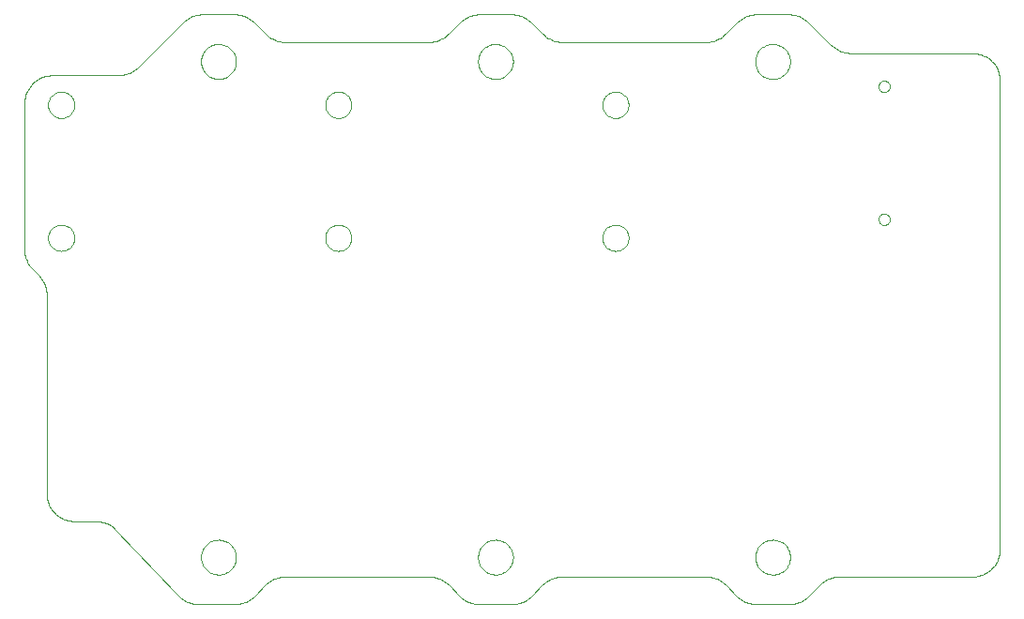
<source format=gko>
G75*
G70*
%OFA0B0*%
%FSLAX24Y24*%
%IPPOS*%
%LPD*%
%AMOC8*
5,1,8,0,0,1.08239X$1,22.5*
%
%ADD10C,0.0000*%
D10*
X004651Y004041D02*
X004712Y004039D01*
X004773Y004033D01*
X004834Y004024D01*
X004894Y004011D01*
X004953Y003994D01*
X005010Y003973D01*
X005067Y003949D01*
X005121Y003921D01*
X005174Y003890D01*
X005225Y003856D01*
X005274Y003819D01*
X005320Y003779D01*
X005364Y003736D01*
X005363Y003736D02*
X007533Y001458D01*
X008301Y001089D02*
X009586Y001089D01*
X010282Y001377D02*
X010690Y001784D01*
X011386Y002073D02*
X016476Y002073D01*
X017172Y001784D02*
X017579Y001377D01*
X018275Y001089D02*
X019429Y001089D01*
X020124Y001377D02*
X020532Y001784D01*
X021228Y002073D02*
X026318Y002073D01*
X027014Y001784D02*
X027422Y001377D01*
X028118Y001089D02*
X029271Y001089D01*
X029967Y001377D02*
X030375Y001784D01*
X031071Y002073D02*
X035781Y002073D01*
X035843Y002075D01*
X035904Y002081D01*
X035965Y002090D01*
X036026Y002104D01*
X036085Y002121D01*
X036143Y002142D01*
X036200Y002167D01*
X036255Y002195D01*
X036308Y002226D01*
X036359Y002261D01*
X036408Y002299D01*
X036455Y002340D01*
X036498Y002383D01*
X036539Y002430D01*
X036577Y002479D01*
X036612Y002530D01*
X036643Y002583D01*
X036671Y002638D01*
X036696Y002695D01*
X036717Y002753D01*
X036734Y002812D01*
X036748Y002873D01*
X036757Y002934D01*
X036763Y002995D01*
X036765Y003057D01*
X036765Y019691D01*
X036763Y019753D01*
X036757Y019814D01*
X036748Y019875D01*
X036734Y019936D01*
X036717Y019995D01*
X036696Y020053D01*
X036671Y020110D01*
X036643Y020165D01*
X036612Y020218D01*
X036577Y020269D01*
X036539Y020318D01*
X036498Y020365D01*
X036455Y020408D01*
X036408Y020449D01*
X036359Y020487D01*
X036308Y020522D01*
X036255Y020553D01*
X036200Y020581D01*
X036143Y020606D01*
X036085Y020627D01*
X036026Y020644D01*
X035965Y020658D01*
X035904Y020667D01*
X035843Y020673D01*
X035781Y020675D01*
X031464Y020675D01*
X030768Y020963D02*
X029967Y021765D01*
X029271Y022053D02*
X028118Y022053D01*
X027422Y021765D02*
X027014Y021357D01*
X026318Y021069D02*
X021228Y021069D01*
X020532Y021357D02*
X020124Y021765D01*
X019429Y022053D02*
X018275Y022053D01*
X017579Y021765D02*
X017172Y021357D01*
X016476Y021069D02*
X011386Y021069D01*
X010690Y021357D02*
X010282Y021765D01*
X009586Y022053D02*
X008433Y022053D01*
X007737Y021765D02*
X006148Y020176D01*
X005452Y019888D02*
X003104Y019888D01*
X003104Y019887D02*
X003042Y019885D01*
X002981Y019879D01*
X002920Y019870D01*
X002859Y019856D01*
X002800Y019839D01*
X002742Y019818D01*
X002685Y019793D01*
X002630Y019765D01*
X002577Y019734D01*
X002526Y019699D01*
X002477Y019661D01*
X002430Y019620D01*
X002387Y019577D01*
X002346Y019530D01*
X002308Y019481D01*
X002273Y019430D01*
X002242Y019377D01*
X002214Y019322D01*
X002189Y019265D01*
X002168Y019207D01*
X002151Y019148D01*
X002137Y019087D01*
X002128Y019026D01*
X002122Y018965D01*
X002120Y018903D01*
X002120Y013701D01*
X002122Y013642D01*
X002127Y013582D01*
X002136Y013524D01*
X002149Y013466D01*
X002165Y013408D01*
X002184Y013352D01*
X002207Y013297D01*
X002233Y013244D01*
X002262Y013192D01*
X002294Y013142D01*
X002329Y013094D01*
X002367Y013049D01*
X002408Y013005D01*
X002619Y012794D01*
X002907Y012098D02*
X002907Y005026D01*
X002909Y004964D01*
X002915Y004903D01*
X002924Y004842D01*
X002938Y004781D01*
X002955Y004722D01*
X002976Y004664D01*
X003001Y004607D01*
X003029Y004552D01*
X003060Y004499D01*
X003095Y004448D01*
X003133Y004399D01*
X003174Y004352D01*
X003217Y004309D01*
X003264Y004268D01*
X003313Y004230D01*
X003364Y004195D01*
X003417Y004164D01*
X003472Y004136D01*
X003529Y004111D01*
X003587Y004090D01*
X003646Y004073D01*
X003707Y004059D01*
X003768Y004050D01*
X003829Y004044D01*
X003891Y004042D01*
X003891Y004041D02*
X004651Y004041D01*
X007533Y001458D02*
X007571Y001414D01*
X007611Y001371D01*
X007654Y001331D01*
X007700Y001294D01*
X007748Y001259D01*
X007797Y001228D01*
X007848Y001199D01*
X007901Y001174D01*
X007956Y001152D01*
X008011Y001133D01*
X008068Y001117D01*
X008126Y001105D01*
X008184Y001096D01*
X008242Y001091D01*
X008301Y001089D01*
X009586Y001089D02*
X009645Y001091D01*
X009705Y001096D01*
X009763Y001105D01*
X009821Y001118D01*
X009879Y001134D01*
X009935Y001153D01*
X009990Y001176D01*
X010043Y001202D01*
X010095Y001231D01*
X010145Y001263D01*
X010193Y001298D01*
X010238Y001336D01*
X010282Y001377D01*
X010690Y001785D02*
X010734Y001826D01*
X010779Y001864D01*
X010827Y001899D01*
X010877Y001931D01*
X010929Y001960D01*
X010982Y001986D01*
X011037Y002009D01*
X011093Y002028D01*
X011151Y002044D01*
X011209Y002057D01*
X011267Y002066D01*
X011327Y002071D01*
X011386Y002073D01*
X008389Y002762D02*
X008391Y002811D01*
X008397Y002860D01*
X008407Y002909D01*
X008420Y002956D01*
X008437Y003002D01*
X008458Y003047D01*
X008483Y003090D01*
X008510Y003130D01*
X008541Y003169D01*
X008575Y003205D01*
X008612Y003238D01*
X008651Y003268D01*
X008692Y003295D01*
X008735Y003318D01*
X008780Y003338D01*
X008827Y003355D01*
X008874Y003367D01*
X008923Y003376D01*
X008972Y003381D01*
X009021Y003382D01*
X009071Y003379D01*
X009119Y003372D01*
X009167Y003361D01*
X009215Y003347D01*
X009260Y003329D01*
X009305Y003307D01*
X009347Y003282D01*
X009387Y003253D01*
X009425Y003222D01*
X009460Y003187D01*
X009493Y003150D01*
X009522Y003110D01*
X009548Y003068D01*
X009571Y003025D01*
X009590Y002979D01*
X009605Y002932D01*
X009617Y002884D01*
X009625Y002836D01*
X009629Y002787D01*
X009629Y002737D01*
X009625Y002688D01*
X009617Y002640D01*
X009605Y002592D01*
X009590Y002545D01*
X009571Y002499D01*
X009548Y002456D01*
X009522Y002414D01*
X009493Y002374D01*
X009460Y002337D01*
X009425Y002302D01*
X009387Y002271D01*
X009347Y002242D01*
X009305Y002217D01*
X009260Y002195D01*
X009215Y002177D01*
X009167Y002163D01*
X009119Y002152D01*
X009071Y002145D01*
X009021Y002142D01*
X008972Y002143D01*
X008923Y002148D01*
X008874Y002157D01*
X008827Y002169D01*
X008780Y002186D01*
X008735Y002206D01*
X008692Y002229D01*
X008651Y002256D01*
X008612Y002286D01*
X008575Y002319D01*
X008541Y002355D01*
X008510Y002394D01*
X008483Y002434D01*
X008458Y002477D01*
X008437Y002522D01*
X008420Y002568D01*
X008407Y002615D01*
X008397Y002664D01*
X008391Y002713D01*
X008389Y002762D01*
X016476Y002073D02*
X016535Y002071D01*
X016595Y002066D01*
X016653Y002057D01*
X016711Y002044D01*
X016769Y002028D01*
X016825Y002009D01*
X016880Y001986D01*
X016933Y001960D01*
X016985Y001931D01*
X017035Y001899D01*
X017083Y001864D01*
X017128Y001826D01*
X017172Y001785D01*
X017579Y001377D02*
X017623Y001336D01*
X017668Y001298D01*
X017716Y001263D01*
X017766Y001231D01*
X017818Y001202D01*
X017871Y001176D01*
X017926Y001153D01*
X017982Y001134D01*
X018040Y001118D01*
X018098Y001105D01*
X018156Y001096D01*
X018216Y001091D01*
X018275Y001089D01*
X019429Y001089D02*
X019488Y001091D01*
X019548Y001096D01*
X019606Y001105D01*
X019664Y001118D01*
X019722Y001134D01*
X019778Y001153D01*
X019833Y001176D01*
X019886Y001202D01*
X019938Y001231D01*
X019988Y001263D01*
X020036Y001298D01*
X020081Y001336D01*
X020125Y001377D01*
X020532Y001785D02*
X020576Y001826D01*
X020621Y001864D01*
X020669Y001899D01*
X020719Y001931D01*
X020771Y001960D01*
X020824Y001986D01*
X020879Y002009D01*
X020935Y002028D01*
X020993Y002044D01*
X021051Y002057D01*
X021109Y002066D01*
X021169Y002071D01*
X021228Y002073D01*
X018232Y002762D02*
X018234Y002811D01*
X018240Y002860D01*
X018250Y002909D01*
X018263Y002956D01*
X018280Y003002D01*
X018301Y003047D01*
X018326Y003090D01*
X018353Y003130D01*
X018384Y003169D01*
X018418Y003205D01*
X018455Y003238D01*
X018494Y003268D01*
X018535Y003295D01*
X018578Y003318D01*
X018623Y003338D01*
X018670Y003355D01*
X018717Y003367D01*
X018766Y003376D01*
X018815Y003381D01*
X018864Y003382D01*
X018914Y003379D01*
X018962Y003372D01*
X019010Y003361D01*
X019058Y003347D01*
X019103Y003329D01*
X019148Y003307D01*
X019190Y003282D01*
X019230Y003253D01*
X019268Y003222D01*
X019303Y003187D01*
X019336Y003150D01*
X019365Y003110D01*
X019391Y003068D01*
X019414Y003025D01*
X019433Y002979D01*
X019448Y002932D01*
X019460Y002884D01*
X019468Y002836D01*
X019472Y002787D01*
X019472Y002737D01*
X019468Y002688D01*
X019460Y002640D01*
X019448Y002592D01*
X019433Y002545D01*
X019414Y002499D01*
X019391Y002456D01*
X019365Y002414D01*
X019336Y002374D01*
X019303Y002337D01*
X019268Y002302D01*
X019230Y002271D01*
X019190Y002242D01*
X019148Y002217D01*
X019103Y002195D01*
X019058Y002177D01*
X019010Y002163D01*
X018962Y002152D01*
X018914Y002145D01*
X018864Y002142D01*
X018815Y002143D01*
X018766Y002148D01*
X018717Y002157D01*
X018670Y002169D01*
X018623Y002186D01*
X018578Y002206D01*
X018535Y002229D01*
X018494Y002256D01*
X018455Y002286D01*
X018418Y002319D01*
X018384Y002355D01*
X018353Y002394D01*
X018326Y002434D01*
X018301Y002477D01*
X018280Y002522D01*
X018263Y002568D01*
X018250Y002615D01*
X018240Y002664D01*
X018234Y002713D01*
X018232Y002762D01*
X026318Y002073D02*
X026377Y002071D01*
X026437Y002066D01*
X026495Y002057D01*
X026553Y002044D01*
X026611Y002028D01*
X026667Y002009D01*
X026722Y001986D01*
X026775Y001960D01*
X026827Y001931D01*
X026877Y001899D01*
X026925Y001864D01*
X026970Y001826D01*
X027014Y001785D01*
X027422Y001377D02*
X027466Y001336D01*
X027511Y001298D01*
X027559Y001263D01*
X027609Y001231D01*
X027661Y001202D01*
X027714Y001176D01*
X027769Y001153D01*
X027825Y001134D01*
X027883Y001118D01*
X027941Y001105D01*
X027999Y001096D01*
X028059Y001091D01*
X028118Y001089D01*
X029271Y001089D02*
X029330Y001091D01*
X029390Y001096D01*
X029448Y001105D01*
X029506Y001118D01*
X029564Y001134D01*
X029620Y001153D01*
X029675Y001176D01*
X029728Y001202D01*
X029780Y001231D01*
X029830Y001263D01*
X029878Y001298D01*
X029923Y001336D01*
X029967Y001377D01*
X030375Y001785D02*
X030419Y001826D01*
X030464Y001864D01*
X030512Y001899D01*
X030562Y001931D01*
X030614Y001960D01*
X030667Y001986D01*
X030722Y002009D01*
X030778Y002028D01*
X030836Y002044D01*
X030894Y002057D01*
X030952Y002066D01*
X031012Y002071D01*
X031071Y002073D01*
X028074Y002762D02*
X028076Y002811D01*
X028082Y002860D01*
X028092Y002909D01*
X028105Y002956D01*
X028122Y003002D01*
X028143Y003047D01*
X028168Y003090D01*
X028195Y003130D01*
X028226Y003169D01*
X028260Y003205D01*
X028297Y003238D01*
X028336Y003268D01*
X028377Y003295D01*
X028420Y003318D01*
X028465Y003338D01*
X028512Y003355D01*
X028559Y003367D01*
X028608Y003376D01*
X028657Y003381D01*
X028706Y003382D01*
X028756Y003379D01*
X028804Y003372D01*
X028852Y003361D01*
X028900Y003347D01*
X028945Y003329D01*
X028990Y003307D01*
X029032Y003282D01*
X029072Y003253D01*
X029110Y003222D01*
X029145Y003187D01*
X029178Y003150D01*
X029207Y003110D01*
X029233Y003068D01*
X029256Y003025D01*
X029275Y002979D01*
X029290Y002932D01*
X029302Y002884D01*
X029310Y002836D01*
X029314Y002787D01*
X029314Y002737D01*
X029310Y002688D01*
X029302Y002640D01*
X029290Y002592D01*
X029275Y002545D01*
X029256Y002499D01*
X029233Y002456D01*
X029207Y002414D01*
X029178Y002374D01*
X029145Y002337D01*
X029110Y002302D01*
X029072Y002271D01*
X029032Y002242D01*
X028990Y002217D01*
X028945Y002195D01*
X028900Y002177D01*
X028852Y002163D01*
X028804Y002152D01*
X028756Y002145D01*
X028706Y002142D01*
X028657Y002143D01*
X028608Y002148D01*
X028559Y002157D01*
X028512Y002169D01*
X028465Y002186D01*
X028420Y002206D01*
X028377Y002229D01*
X028336Y002256D01*
X028297Y002286D01*
X028260Y002319D01*
X028226Y002355D01*
X028195Y002394D01*
X028168Y002434D01*
X028143Y002477D01*
X028122Y002522D01*
X028105Y002568D01*
X028092Y002615D01*
X028082Y002664D01*
X028076Y002713D01*
X028074Y002762D01*
X022647Y014112D02*
X022649Y014155D01*
X022655Y014197D01*
X022665Y014239D01*
X022678Y014280D01*
X022696Y014319D01*
X022717Y014357D01*
X022741Y014392D01*
X022768Y014425D01*
X022799Y014456D01*
X022832Y014483D01*
X022867Y014507D01*
X022905Y014528D01*
X022944Y014546D01*
X022985Y014559D01*
X023027Y014569D01*
X023069Y014575D01*
X023112Y014577D01*
X023155Y014575D01*
X023197Y014569D01*
X023239Y014559D01*
X023280Y014546D01*
X023319Y014528D01*
X023357Y014507D01*
X023392Y014483D01*
X023425Y014456D01*
X023456Y014425D01*
X023483Y014392D01*
X023507Y014357D01*
X023528Y014319D01*
X023546Y014280D01*
X023559Y014239D01*
X023569Y014197D01*
X023575Y014155D01*
X023577Y014112D01*
X023575Y014069D01*
X023569Y014027D01*
X023559Y013985D01*
X023546Y013944D01*
X023528Y013905D01*
X023507Y013867D01*
X023483Y013832D01*
X023456Y013799D01*
X023425Y013768D01*
X023392Y013741D01*
X023357Y013717D01*
X023319Y013696D01*
X023280Y013678D01*
X023239Y013665D01*
X023197Y013655D01*
X023155Y013649D01*
X023112Y013647D01*
X023069Y013649D01*
X023027Y013655D01*
X022985Y013665D01*
X022944Y013678D01*
X022905Y013696D01*
X022867Y013717D01*
X022832Y013741D01*
X022799Y013768D01*
X022768Y013799D01*
X022741Y013832D01*
X022717Y013867D01*
X022696Y013905D01*
X022678Y013944D01*
X022665Y013985D01*
X022655Y014027D01*
X022649Y014069D01*
X022647Y014112D01*
X022647Y018837D02*
X022649Y018880D01*
X022655Y018922D01*
X022665Y018964D01*
X022678Y019005D01*
X022696Y019044D01*
X022717Y019082D01*
X022741Y019117D01*
X022768Y019150D01*
X022799Y019181D01*
X022832Y019208D01*
X022867Y019232D01*
X022905Y019253D01*
X022944Y019271D01*
X022985Y019284D01*
X023027Y019294D01*
X023069Y019300D01*
X023112Y019302D01*
X023155Y019300D01*
X023197Y019294D01*
X023239Y019284D01*
X023280Y019271D01*
X023319Y019253D01*
X023357Y019232D01*
X023392Y019208D01*
X023425Y019181D01*
X023456Y019150D01*
X023483Y019117D01*
X023507Y019082D01*
X023528Y019044D01*
X023546Y019005D01*
X023559Y018964D01*
X023569Y018922D01*
X023575Y018880D01*
X023577Y018837D01*
X023575Y018794D01*
X023569Y018752D01*
X023559Y018710D01*
X023546Y018669D01*
X023528Y018630D01*
X023507Y018592D01*
X023483Y018557D01*
X023456Y018524D01*
X023425Y018493D01*
X023392Y018466D01*
X023357Y018442D01*
X023319Y018421D01*
X023280Y018403D01*
X023239Y018390D01*
X023197Y018380D01*
X023155Y018374D01*
X023112Y018372D01*
X023069Y018374D01*
X023027Y018380D01*
X022985Y018390D01*
X022944Y018403D01*
X022905Y018421D01*
X022867Y018442D01*
X022832Y018466D01*
X022799Y018493D01*
X022768Y018524D01*
X022741Y018557D01*
X022717Y018592D01*
X022696Y018630D01*
X022678Y018669D01*
X022665Y018710D01*
X022655Y018752D01*
X022649Y018794D01*
X022647Y018837D01*
X020125Y021765D02*
X020081Y021806D01*
X020036Y021844D01*
X019988Y021879D01*
X019938Y021911D01*
X019886Y021940D01*
X019833Y021966D01*
X019778Y021989D01*
X019722Y022008D01*
X019664Y022024D01*
X019606Y022037D01*
X019548Y022046D01*
X019488Y022051D01*
X019429Y022053D01*
X018275Y022053D02*
X018216Y022051D01*
X018156Y022046D01*
X018098Y022037D01*
X018040Y022024D01*
X017982Y022008D01*
X017926Y021989D01*
X017871Y021966D01*
X017818Y021940D01*
X017766Y021911D01*
X017716Y021879D01*
X017668Y021844D01*
X017623Y021806D01*
X017579Y021765D01*
X017172Y021357D02*
X017128Y021316D01*
X017083Y021278D01*
X017035Y021243D01*
X016985Y021211D01*
X016933Y021182D01*
X016880Y021156D01*
X016825Y021133D01*
X016769Y021114D01*
X016711Y021098D01*
X016653Y021085D01*
X016595Y021076D01*
X016535Y021071D01*
X016476Y021069D01*
X018232Y020380D02*
X018234Y020429D01*
X018240Y020478D01*
X018250Y020527D01*
X018263Y020574D01*
X018280Y020620D01*
X018301Y020665D01*
X018326Y020708D01*
X018353Y020748D01*
X018384Y020787D01*
X018418Y020823D01*
X018455Y020856D01*
X018494Y020886D01*
X018535Y020913D01*
X018578Y020936D01*
X018623Y020956D01*
X018670Y020973D01*
X018717Y020985D01*
X018766Y020994D01*
X018815Y020999D01*
X018864Y021000D01*
X018914Y020997D01*
X018962Y020990D01*
X019010Y020979D01*
X019058Y020965D01*
X019103Y020947D01*
X019148Y020925D01*
X019190Y020900D01*
X019230Y020871D01*
X019268Y020840D01*
X019303Y020805D01*
X019336Y020768D01*
X019365Y020728D01*
X019391Y020686D01*
X019414Y020643D01*
X019433Y020597D01*
X019448Y020550D01*
X019460Y020502D01*
X019468Y020454D01*
X019472Y020405D01*
X019472Y020355D01*
X019468Y020306D01*
X019460Y020258D01*
X019448Y020210D01*
X019433Y020163D01*
X019414Y020117D01*
X019391Y020074D01*
X019365Y020032D01*
X019336Y019992D01*
X019303Y019955D01*
X019268Y019920D01*
X019230Y019889D01*
X019190Y019860D01*
X019148Y019835D01*
X019103Y019813D01*
X019058Y019795D01*
X019010Y019781D01*
X018962Y019770D01*
X018914Y019763D01*
X018864Y019760D01*
X018815Y019761D01*
X018766Y019766D01*
X018717Y019775D01*
X018670Y019787D01*
X018623Y019804D01*
X018578Y019824D01*
X018535Y019847D01*
X018494Y019874D01*
X018455Y019904D01*
X018418Y019937D01*
X018384Y019973D01*
X018353Y020012D01*
X018326Y020052D01*
X018301Y020095D01*
X018280Y020140D01*
X018263Y020186D01*
X018250Y020233D01*
X018240Y020282D01*
X018234Y020331D01*
X018232Y020380D01*
X020532Y021357D02*
X020576Y021316D01*
X020621Y021278D01*
X020669Y021243D01*
X020719Y021211D01*
X020771Y021182D01*
X020824Y021156D01*
X020879Y021133D01*
X020935Y021114D01*
X020993Y021098D01*
X021051Y021085D01*
X021109Y021076D01*
X021169Y021071D01*
X021228Y021069D01*
X026318Y021069D02*
X026377Y021071D01*
X026437Y021076D01*
X026495Y021085D01*
X026553Y021098D01*
X026611Y021114D01*
X026667Y021133D01*
X026722Y021156D01*
X026775Y021182D01*
X026827Y021211D01*
X026877Y021243D01*
X026925Y021278D01*
X026970Y021316D01*
X027014Y021357D01*
X027422Y021765D02*
X027466Y021806D01*
X027511Y021844D01*
X027559Y021879D01*
X027609Y021911D01*
X027661Y021940D01*
X027714Y021966D01*
X027769Y021989D01*
X027825Y022008D01*
X027883Y022024D01*
X027941Y022037D01*
X027999Y022046D01*
X028059Y022051D01*
X028118Y022053D01*
X029271Y022053D02*
X029330Y022051D01*
X029390Y022046D01*
X029448Y022037D01*
X029506Y022024D01*
X029564Y022008D01*
X029620Y021989D01*
X029675Y021966D01*
X029728Y021940D01*
X029780Y021911D01*
X029830Y021879D01*
X029878Y021844D01*
X029923Y021806D01*
X029967Y021765D01*
X030768Y020963D02*
X030812Y020922D01*
X030857Y020884D01*
X030905Y020849D01*
X030955Y020817D01*
X031007Y020788D01*
X031060Y020762D01*
X031115Y020739D01*
X031171Y020720D01*
X031229Y020704D01*
X031287Y020691D01*
X031345Y020682D01*
X031405Y020677D01*
X031464Y020675D01*
X032454Y019494D02*
X032456Y019522D01*
X032462Y019549D01*
X032471Y019576D01*
X032485Y019601D01*
X032501Y019623D01*
X032521Y019643D01*
X032543Y019661D01*
X032567Y019675D01*
X032593Y019685D01*
X032620Y019692D01*
X032648Y019695D01*
X032676Y019694D01*
X032704Y019689D01*
X032730Y019680D01*
X032755Y019668D01*
X032779Y019652D01*
X032800Y019634D01*
X032818Y019612D01*
X032832Y019588D01*
X032844Y019563D01*
X032852Y019536D01*
X032856Y019508D01*
X032856Y019480D01*
X032852Y019452D01*
X032844Y019425D01*
X032832Y019400D01*
X032818Y019376D01*
X032800Y019354D01*
X032779Y019336D01*
X032756Y019320D01*
X032730Y019308D01*
X032704Y019299D01*
X032676Y019294D01*
X032648Y019293D01*
X032620Y019296D01*
X032593Y019303D01*
X032567Y019313D01*
X032543Y019327D01*
X032521Y019345D01*
X032501Y019365D01*
X032485Y019387D01*
X032471Y019412D01*
X032462Y019439D01*
X032456Y019466D01*
X032454Y019494D01*
X028074Y020380D02*
X028076Y020429D01*
X028082Y020478D01*
X028092Y020527D01*
X028105Y020574D01*
X028122Y020620D01*
X028143Y020665D01*
X028168Y020708D01*
X028195Y020748D01*
X028226Y020787D01*
X028260Y020823D01*
X028297Y020856D01*
X028336Y020886D01*
X028377Y020913D01*
X028420Y020936D01*
X028465Y020956D01*
X028512Y020973D01*
X028559Y020985D01*
X028608Y020994D01*
X028657Y020999D01*
X028706Y021000D01*
X028756Y020997D01*
X028804Y020990D01*
X028852Y020979D01*
X028900Y020965D01*
X028945Y020947D01*
X028990Y020925D01*
X029032Y020900D01*
X029072Y020871D01*
X029110Y020840D01*
X029145Y020805D01*
X029178Y020768D01*
X029207Y020728D01*
X029233Y020686D01*
X029256Y020643D01*
X029275Y020597D01*
X029290Y020550D01*
X029302Y020502D01*
X029310Y020454D01*
X029314Y020405D01*
X029314Y020355D01*
X029310Y020306D01*
X029302Y020258D01*
X029290Y020210D01*
X029275Y020163D01*
X029256Y020117D01*
X029233Y020074D01*
X029207Y020032D01*
X029178Y019992D01*
X029145Y019955D01*
X029110Y019920D01*
X029072Y019889D01*
X029032Y019860D01*
X028990Y019835D01*
X028945Y019813D01*
X028900Y019795D01*
X028852Y019781D01*
X028804Y019770D01*
X028756Y019763D01*
X028706Y019760D01*
X028657Y019761D01*
X028608Y019766D01*
X028559Y019775D01*
X028512Y019787D01*
X028465Y019804D01*
X028420Y019824D01*
X028377Y019847D01*
X028336Y019874D01*
X028297Y019904D01*
X028260Y019937D01*
X028226Y019973D01*
X028195Y020012D01*
X028168Y020052D01*
X028143Y020095D01*
X028122Y020140D01*
X028105Y020186D01*
X028092Y020233D01*
X028082Y020282D01*
X028076Y020331D01*
X028074Y020380D01*
X032454Y014770D02*
X032456Y014798D01*
X032462Y014825D01*
X032471Y014852D01*
X032485Y014877D01*
X032501Y014899D01*
X032521Y014919D01*
X032543Y014937D01*
X032567Y014951D01*
X032593Y014961D01*
X032620Y014968D01*
X032648Y014971D01*
X032676Y014970D01*
X032704Y014965D01*
X032730Y014956D01*
X032755Y014944D01*
X032779Y014928D01*
X032800Y014910D01*
X032818Y014888D01*
X032832Y014864D01*
X032844Y014839D01*
X032852Y014812D01*
X032856Y014784D01*
X032856Y014756D01*
X032852Y014728D01*
X032844Y014701D01*
X032832Y014676D01*
X032818Y014652D01*
X032800Y014630D01*
X032779Y014612D01*
X032756Y014596D01*
X032730Y014584D01*
X032704Y014575D01*
X032676Y014570D01*
X032648Y014569D01*
X032620Y014572D01*
X032593Y014579D01*
X032567Y014589D01*
X032543Y014603D01*
X032521Y014621D01*
X032501Y014641D01*
X032485Y014663D01*
X032471Y014688D01*
X032462Y014715D01*
X032456Y014742D01*
X032454Y014770D01*
X012804Y014112D02*
X012806Y014155D01*
X012812Y014197D01*
X012822Y014239D01*
X012835Y014280D01*
X012853Y014319D01*
X012874Y014357D01*
X012898Y014392D01*
X012925Y014425D01*
X012956Y014456D01*
X012989Y014483D01*
X013024Y014507D01*
X013062Y014528D01*
X013101Y014546D01*
X013142Y014559D01*
X013184Y014569D01*
X013226Y014575D01*
X013269Y014577D01*
X013312Y014575D01*
X013354Y014569D01*
X013396Y014559D01*
X013437Y014546D01*
X013476Y014528D01*
X013514Y014507D01*
X013549Y014483D01*
X013582Y014456D01*
X013613Y014425D01*
X013640Y014392D01*
X013664Y014357D01*
X013685Y014319D01*
X013703Y014280D01*
X013716Y014239D01*
X013726Y014197D01*
X013732Y014155D01*
X013734Y014112D01*
X013732Y014069D01*
X013726Y014027D01*
X013716Y013985D01*
X013703Y013944D01*
X013685Y013905D01*
X013664Y013867D01*
X013640Y013832D01*
X013613Y013799D01*
X013582Y013768D01*
X013549Y013741D01*
X013514Y013717D01*
X013476Y013696D01*
X013437Y013678D01*
X013396Y013665D01*
X013354Y013655D01*
X013312Y013649D01*
X013269Y013647D01*
X013226Y013649D01*
X013184Y013655D01*
X013142Y013665D01*
X013101Y013678D01*
X013062Y013696D01*
X013024Y013717D01*
X012989Y013741D01*
X012956Y013768D01*
X012925Y013799D01*
X012898Y013832D01*
X012874Y013867D01*
X012853Y013905D01*
X012835Y013944D01*
X012822Y013985D01*
X012812Y014027D01*
X012806Y014069D01*
X012804Y014112D01*
X012804Y018837D02*
X012806Y018880D01*
X012812Y018922D01*
X012822Y018964D01*
X012835Y019005D01*
X012853Y019044D01*
X012874Y019082D01*
X012898Y019117D01*
X012925Y019150D01*
X012956Y019181D01*
X012989Y019208D01*
X013024Y019232D01*
X013062Y019253D01*
X013101Y019271D01*
X013142Y019284D01*
X013184Y019294D01*
X013226Y019300D01*
X013269Y019302D01*
X013312Y019300D01*
X013354Y019294D01*
X013396Y019284D01*
X013437Y019271D01*
X013476Y019253D01*
X013514Y019232D01*
X013549Y019208D01*
X013582Y019181D01*
X013613Y019150D01*
X013640Y019117D01*
X013664Y019082D01*
X013685Y019044D01*
X013703Y019005D01*
X013716Y018964D01*
X013726Y018922D01*
X013732Y018880D01*
X013734Y018837D01*
X013732Y018794D01*
X013726Y018752D01*
X013716Y018710D01*
X013703Y018669D01*
X013685Y018630D01*
X013664Y018592D01*
X013640Y018557D01*
X013613Y018524D01*
X013582Y018493D01*
X013549Y018466D01*
X013514Y018442D01*
X013476Y018421D01*
X013437Y018403D01*
X013396Y018390D01*
X013354Y018380D01*
X013312Y018374D01*
X013269Y018372D01*
X013226Y018374D01*
X013184Y018380D01*
X013142Y018390D01*
X013101Y018403D01*
X013062Y018421D01*
X013024Y018442D01*
X012989Y018466D01*
X012956Y018493D01*
X012925Y018524D01*
X012898Y018557D01*
X012874Y018592D01*
X012853Y018630D01*
X012835Y018669D01*
X012822Y018710D01*
X012812Y018752D01*
X012806Y018794D01*
X012804Y018837D01*
X010282Y021765D02*
X010238Y021806D01*
X010193Y021844D01*
X010145Y021879D01*
X010095Y021911D01*
X010043Y021940D01*
X009990Y021966D01*
X009935Y021989D01*
X009879Y022008D01*
X009821Y022024D01*
X009763Y022037D01*
X009705Y022046D01*
X009645Y022051D01*
X009586Y022053D01*
X008433Y022053D02*
X008374Y022051D01*
X008314Y022046D01*
X008256Y022037D01*
X008198Y022024D01*
X008140Y022008D01*
X008084Y021989D01*
X008029Y021966D01*
X007976Y021940D01*
X007924Y021911D01*
X007874Y021879D01*
X007826Y021844D01*
X007781Y021806D01*
X007737Y021765D01*
X008389Y020380D02*
X008391Y020429D01*
X008397Y020478D01*
X008407Y020527D01*
X008420Y020574D01*
X008437Y020620D01*
X008458Y020665D01*
X008483Y020708D01*
X008510Y020748D01*
X008541Y020787D01*
X008575Y020823D01*
X008612Y020856D01*
X008651Y020886D01*
X008692Y020913D01*
X008735Y020936D01*
X008780Y020956D01*
X008827Y020973D01*
X008874Y020985D01*
X008923Y020994D01*
X008972Y020999D01*
X009021Y021000D01*
X009071Y020997D01*
X009119Y020990D01*
X009167Y020979D01*
X009215Y020965D01*
X009260Y020947D01*
X009305Y020925D01*
X009347Y020900D01*
X009387Y020871D01*
X009425Y020840D01*
X009460Y020805D01*
X009493Y020768D01*
X009522Y020728D01*
X009548Y020686D01*
X009571Y020643D01*
X009590Y020597D01*
X009605Y020550D01*
X009617Y020502D01*
X009625Y020454D01*
X009629Y020405D01*
X009629Y020355D01*
X009625Y020306D01*
X009617Y020258D01*
X009605Y020210D01*
X009590Y020163D01*
X009571Y020117D01*
X009548Y020074D01*
X009522Y020032D01*
X009493Y019992D01*
X009460Y019955D01*
X009425Y019920D01*
X009387Y019889D01*
X009347Y019860D01*
X009305Y019835D01*
X009260Y019813D01*
X009215Y019795D01*
X009167Y019781D01*
X009119Y019770D01*
X009071Y019763D01*
X009021Y019760D01*
X008972Y019761D01*
X008923Y019766D01*
X008874Y019775D01*
X008827Y019787D01*
X008780Y019804D01*
X008735Y019824D01*
X008692Y019847D01*
X008651Y019874D01*
X008612Y019904D01*
X008575Y019937D01*
X008541Y019973D01*
X008510Y020012D01*
X008483Y020052D01*
X008458Y020095D01*
X008437Y020140D01*
X008420Y020186D01*
X008407Y020233D01*
X008397Y020282D01*
X008391Y020331D01*
X008389Y020380D01*
X010690Y021357D02*
X010734Y021316D01*
X010779Y021278D01*
X010827Y021243D01*
X010877Y021211D01*
X010929Y021182D01*
X010982Y021156D01*
X011037Y021133D01*
X011093Y021114D01*
X011151Y021098D01*
X011209Y021085D01*
X011267Y021076D01*
X011327Y021071D01*
X011386Y021069D01*
X006148Y020176D02*
X006104Y020135D01*
X006059Y020097D01*
X006011Y020062D01*
X005961Y020030D01*
X005909Y020001D01*
X005856Y019975D01*
X005801Y019952D01*
X005745Y019933D01*
X005687Y019917D01*
X005629Y019904D01*
X005571Y019895D01*
X005511Y019890D01*
X005452Y019888D01*
X002962Y018837D02*
X002964Y018880D01*
X002970Y018922D01*
X002980Y018964D01*
X002993Y019005D01*
X003011Y019044D01*
X003032Y019082D01*
X003056Y019117D01*
X003083Y019150D01*
X003114Y019181D01*
X003147Y019208D01*
X003182Y019232D01*
X003220Y019253D01*
X003259Y019271D01*
X003300Y019284D01*
X003342Y019294D01*
X003384Y019300D01*
X003427Y019302D01*
X003470Y019300D01*
X003512Y019294D01*
X003554Y019284D01*
X003595Y019271D01*
X003634Y019253D01*
X003672Y019232D01*
X003707Y019208D01*
X003740Y019181D01*
X003771Y019150D01*
X003798Y019117D01*
X003822Y019082D01*
X003843Y019044D01*
X003861Y019005D01*
X003874Y018964D01*
X003884Y018922D01*
X003890Y018880D01*
X003892Y018837D01*
X003890Y018794D01*
X003884Y018752D01*
X003874Y018710D01*
X003861Y018669D01*
X003843Y018630D01*
X003822Y018592D01*
X003798Y018557D01*
X003771Y018524D01*
X003740Y018493D01*
X003707Y018466D01*
X003672Y018442D01*
X003634Y018421D01*
X003595Y018403D01*
X003554Y018390D01*
X003512Y018380D01*
X003470Y018374D01*
X003427Y018372D01*
X003384Y018374D01*
X003342Y018380D01*
X003300Y018390D01*
X003259Y018403D01*
X003220Y018421D01*
X003182Y018442D01*
X003147Y018466D01*
X003114Y018493D01*
X003083Y018524D01*
X003056Y018557D01*
X003032Y018592D01*
X003011Y018630D01*
X002993Y018669D01*
X002980Y018710D01*
X002970Y018752D01*
X002964Y018794D01*
X002962Y018837D01*
X002962Y014112D02*
X002964Y014155D01*
X002970Y014197D01*
X002980Y014239D01*
X002993Y014280D01*
X003011Y014319D01*
X003032Y014357D01*
X003056Y014392D01*
X003083Y014425D01*
X003114Y014456D01*
X003147Y014483D01*
X003182Y014507D01*
X003220Y014528D01*
X003259Y014546D01*
X003300Y014559D01*
X003342Y014569D01*
X003384Y014575D01*
X003427Y014577D01*
X003470Y014575D01*
X003512Y014569D01*
X003554Y014559D01*
X003595Y014546D01*
X003634Y014528D01*
X003672Y014507D01*
X003707Y014483D01*
X003740Y014456D01*
X003771Y014425D01*
X003798Y014392D01*
X003822Y014357D01*
X003843Y014319D01*
X003861Y014280D01*
X003874Y014239D01*
X003884Y014197D01*
X003890Y014155D01*
X003892Y014112D01*
X003890Y014069D01*
X003884Y014027D01*
X003874Y013985D01*
X003861Y013944D01*
X003843Y013905D01*
X003822Y013867D01*
X003798Y013832D01*
X003771Y013799D01*
X003740Y013768D01*
X003707Y013741D01*
X003672Y013717D01*
X003634Y013696D01*
X003595Y013678D01*
X003554Y013665D01*
X003512Y013655D01*
X003470Y013649D01*
X003427Y013647D01*
X003384Y013649D01*
X003342Y013655D01*
X003300Y013665D01*
X003259Y013678D01*
X003220Y013696D01*
X003182Y013717D01*
X003147Y013741D01*
X003114Y013768D01*
X003083Y013799D01*
X003056Y013832D01*
X003032Y013867D01*
X003011Y013905D01*
X002993Y013944D01*
X002980Y013985D01*
X002970Y014027D01*
X002964Y014069D01*
X002962Y014112D01*
X002619Y012794D02*
X002660Y012750D01*
X002698Y012705D01*
X002733Y012657D01*
X002765Y012607D01*
X002794Y012555D01*
X002820Y012502D01*
X002843Y012447D01*
X002862Y012391D01*
X002878Y012333D01*
X002891Y012275D01*
X002900Y012217D01*
X002905Y012157D01*
X002907Y012098D01*
M02*

</source>
